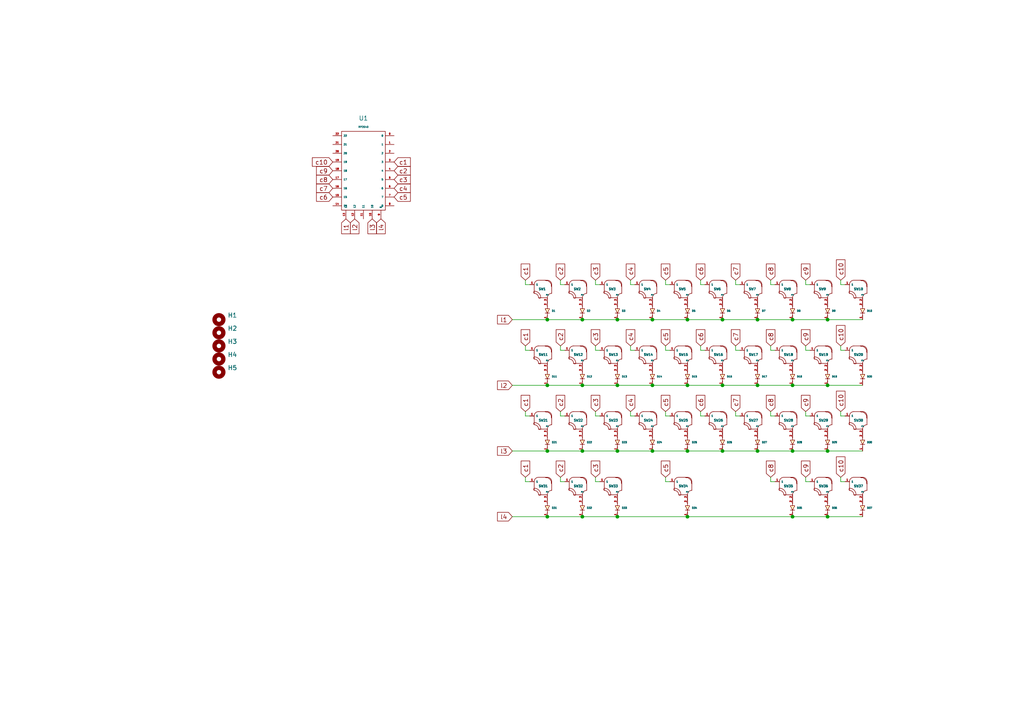
<source format=kicad_sch>
(kicad_sch (version 20211123) (generator eeschema)
  (paper "A4")
  (lib_symbols
    (symbol "Mechanical:MountingHole" (pin_names (offset 1.016))
      (property "Reference" "H" (at 0 5.08 0))
      (property "Value" "MountingHole" (at 0 3.175 0))
      (symbol "MountingHole_0_1"
        (circle (center 0 0) (radius 1.27) (stroke (width 1.27)))
      )
    )
    (symbol "keyb:Diode"
      (property "Reference" "D" (at -0.635 -1.27 0))
      (symbol "Diode_0_1"
        (polyline (pts (xy -1.27 0) (xy -0.635 0)))
        (polyline (pts (xy 0.635 0) (xy 1.27 0)))
        (polyline (pts (xy -0.635 0.635) (xy -0.635 -0.635) (xy -0.635 0)))
        (polyline (pts (xy -0.635 0) (xy 0.635 0.635) (xy 0.635 -0.635) (xy -0.635 0)) (fill (type background)))
      )
      (symbol "Diode_1_1"
        (pin bidirectional line (at -2.54 0 0) (length 1.27) (name "") (number "1"))
        (pin bidirectional line (at 2.54 0 180) (length 1.27) (name "") (number "2"))
      )
    )
    (symbol "keyb:RP2040"
      (property "Reference" "U" (at 0 1.27 0))
      (property "Value" "RP2040" (at 0 -2.54 0))
      (symbol "RP2040_0_1"
        (rectangle (start -6.35 11.43) (end 6.35 -11.43))
      )
      (symbol "RP2040_1_1"
        (pin bidirectional line (at 8.89 10.16 180) (length 2.54) (name "0") (number "0"))
        (pin bidirectional line (at 8.89 7.62 180) (length 2.54) (name "1") (number "1"))
        (pin bidirectional line (at 2.54 -13.97 90) (length 2.54) (name "10") (number "10"))
        (pin bidirectional line (at 0 -13.97 90) (length 2.54) (name "11") (number "11"))
        (pin bidirectional line (at -2.54 -13.97 90) (length 2.54) (name "12") (number "12"))
        (pin bidirectional line (at -5.08 -13.97 90) (length 2.54) (name "13") (number "13"))
        (pin bidirectional line (at -8.89 -10.16 0) (length 2.54) (name "14") (number "14"))
        (pin bidirectional line (at -8.89 -7.62 0) (length 2.54) (name "15") (number "15"))
        (pin bidirectional line (at -8.89 -5.08 0) (length 2.54) (name "16") (number "16"))
        (pin bidirectional line (at -8.89 -2.54 0) (length 2.54) (name "17") (number "17"))
        (pin bidirectional line (at -8.89 0 0) (length 2.54) (name "18") (number "18"))
        (pin bidirectional line (at -8.89 2.54 0) (length 2.54) (name "19") (number "19"))
        (pin bidirectional line (at 8.89 5.08 180) (length 2.54) (name "2") (number "2"))
        (pin bidirectional line (at -8.89 5.08 0) (length 2.54) (name "20") (number "20"))
        (pin bidirectional line (at -8.89 7.62 0) (length 2.54) (name "21") (number "21"))
        (pin bidirectional line (at -8.89 10.16 0) (length 2.54) (name "22") (number "22"))
        (pin bidirectional line (at 8.89 2.54 180) (length 2.54) (name "3") (number "3"))
        (pin bidirectional line (at 8.89 0 180) (length 2.54) (name "4") (number "4"))
        (pin bidirectional line (at 8.89 -2.54 180) (length 2.54) (name "5") (number "5"))
        (pin bidirectional line (at 8.89 -5.08 180) (length 2.54) (name "6") (number "6"))
        (pin bidirectional line (at 8.89 -7.62 180) (length 2.54) (name "7") (number "7"))
        (pin bidirectional line (at 8.89 -10.16 180) (length 2.54) (name "8") (number "8"))
        (pin bidirectional line (at 5.08 -13.97 90) (length 2.54) (name "9") (number "9"))
      )
    )
    (symbol "keyb:key"
      (property "Reference" "SW" (at 0 0 0))
      (symbol "key_0_1"
        (arc (start -2.54 -0.635) (mid -2.6715 -0.9525) (end -2.54 -1.27))
        (arc (start -1.27 -2.54) (mid -1.642 -1.642) (end -2.54 -1.27))
        (arc (start -1.27 -2.54) (mid -0.9525 -2.6715) (end -0.635 -2.54))
        (arc (start -1.27 2.54) (mid -2.168 2.168) (end -2.54 1.27))
        (arc (start -0.635 -2.54) (mid -1.1935 -1.1935) (end -2.54 -0.635))
        (polyline (pts (xy -2.54 -1.27) (xy -2.54 1.27)))
        (polyline (pts (xy -1.27 -2.54) (xy 1.27 -2.54)))
        (polyline (pts (xy 1.27 2.54) (xy -1.27 2.54)))
        (polyline (pts (xy 2.54 -1.27) (xy 2.54 1.27)))
        (arc (start 0.635 2.54) (mid 0.9525 1.7735) (end 1.27 2.54))
        (arc (start 2.54 -1.27) (mid 0.372 -0.372) (end 1.27 -2.54))
        (arc (start 2.54 0.635) (mid 3.887 3.887) (end 0.635 2.54))
        (arc (start 2.54 1.27) (mid 3.438 3.438) (end 1.27 2.54))
        (arc (start 2.54 1.27) (mid 1.7735 0.9525) (end 2.54 0.635))
      )
      (symbol "key_1_1"
        (pin bidirectional line (at -3.81 1.27 0) (length 1.27) (name "1") (number "1"))
        (pin bidirectional line (at 1.27 -3.81 90) (length 1.27) (name "2") (number "2"))
      )
    )
  )
  (junction (at 158.75 92.71))
  (junction (at 240.03 92.71))
  (junction (at 219.71 130.81))
  (junction (at 229.87 149.86))
  (junction (at 189.23 111.76))
  (junction (at 240.03 130.81))
  (junction (at 199.39 92.71))
  (junction (at 240.03 111.76))
  (junction (at 189.23 92.71))
  (junction (at 189.23 130.81))
  (junction (at 209.55 92.71))
  (junction (at 199.39 130.81))
  (junction (at 168.91 130.81))
  (junction (at 168.91 92.71))
  (junction (at 158.75 149.86))
  (junction (at 219.71 92.71))
  (junction (at 199.39 149.86))
  (junction (at 158.75 111.76))
  (junction (at 209.55 130.81))
  (junction (at 240.03 149.86))
  (junction (at 179.07 92.71))
  (junction (at 179.07 130.81))
  (junction (at 229.87 111.76))
  (junction (at 209.55 111.76))
  (junction (at 229.87 130.81))
  (junction (at 179.07 149.86))
  (junction (at 199.39 111.76))
  (junction (at 219.71 111.76))
  (junction (at 168.91 149.86))
  (junction (at 179.07 111.76))
  (junction (at 158.75 130.81))
  (junction (at 168.91 111.76))
  (junction (at 229.87 92.71))
  (wire (pts (xy 162.56 100.33) (xy 162.56 101.6)))
  (wire (pts (xy 243.84 101.6) (xy 245.11 101.6)))
  (wire (pts (xy 203.2 119.38) (xy 203.2 120.65)))
  (wire (pts (xy 219.71 92.71) (xy 229.87 92.71)))
  (wire (pts (xy 229.87 149.86) (xy 240.03 149.86)))
  (wire (pts (xy 203.2 81.28) (xy 203.2 82.55)))
  (wire (pts (xy 199.39 130.81) (xy 209.55 130.81)))
  (wire (pts (xy 233.68 139.7) (xy 234.95 139.7)))
  (wire (pts (xy 148.59 92.71) (xy 158.75 92.71)))
  (wire (pts (xy 223.52 138.43) (xy 223.52 139.7)))
  (wire (pts (xy 148.59 111.76) (xy 158.75 111.76)))
  (wire (pts (xy 233.68 101.6) (xy 234.95 101.6)))
  (wire (pts (xy 193.04 120.65) (xy 194.31 120.65)))
  (wire (pts (xy 162.56 138.43) (xy 162.56 139.7)))
  (wire (pts (xy 168.91 149.86) (xy 179.07 149.86)))
  (wire (pts (xy 193.04 119.38) (xy 193.04 120.65)))
  (wire (pts (xy 172.72 81.28) (xy 172.72 82.55)))
  (wire (pts (xy 233.68 119.38) (xy 233.68 120.65)))
  (wire (pts (xy 158.75 149.86) (xy 168.91 149.86)))
  (wire (pts (xy 152.4 119.38) (xy 152.4 120.65)))
  (wire (pts (xy 162.56 101.6) (xy 163.83 101.6)))
  (wire (pts (xy 243.84 119.38) (xy 243.84 120.65)))
  (wire (pts (xy 223.52 101.6) (xy 224.79 101.6)))
  (wire (pts (xy 162.56 120.65) (xy 163.83 120.65)))
  (wire (pts (xy 168.91 130.81) (xy 179.07 130.81)))
  (wire (pts (xy 213.36 81.28) (xy 213.36 82.55)))
  (wire (pts (xy 213.36 120.65) (xy 214.63 120.65)))
  (wire (pts (xy 240.03 130.81) (xy 250.19 130.81)))
  (wire (pts (xy 240.03 149.86) (xy 250.19 149.86)))
  (wire (pts (xy 223.52 100.33) (xy 223.52 101.6)))
  (wire (pts (xy 182.88 81.28) (xy 182.88 82.55)))
  (wire (pts (xy 203.2 101.6) (xy 204.47 101.6)))
  (wire (pts (xy 182.88 100.33) (xy 182.88 101.6)))
  (wire (pts (xy 199.39 92.71) (xy 209.55 92.71)))
  (wire (pts (xy 243.84 120.65) (xy 245.11 120.65)))
  (wire (pts (xy 223.52 81.28) (xy 223.52 82.55)))
  (wire (pts (xy 193.04 138.43) (xy 193.04 139.7)))
  (wire (pts (xy 193.04 139.7) (xy 194.31 139.7)))
  (wire (pts (xy 189.23 92.71) (xy 199.39 92.71)))
  (wire (pts (xy 219.71 111.76) (xy 229.87 111.76)))
  (wire (pts (xy 233.68 82.55) (xy 234.95 82.55)))
  (wire (pts (xy 203.2 100.33) (xy 203.2 101.6)))
  (wire (pts (xy 172.72 101.6) (xy 173.99 101.6)))
  (wire (pts (xy 179.07 149.86) (xy 199.39 149.86)))
  (wire (pts (xy 162.56 139.7) (xy 163.83 139.7)))
  (wire (pts (xy 172.72 139.7) (xy 173.99 139.7)))
  (wire (pts (xy 182.88 101.6) (xy 184.15 101.6)))
  (wire (pts (xy 152.4 138.43) (xy 152.4 139.7)))
  (wire (pts (xy 209.55 92.71) (xy 219.71 92.71)))
  (wire (pts (xy 152.4 139.7) (xy 153.67 139.7)))
  (wire (pts (xy 240.03 92.71) (xy 250.19 92.71)))
  (wire (pts (xy 233.68 100.33) (xy 233.68 101.6)))
  (wire (pts (xy 152.4 100.33) (xy 152.4 101.6)))
  (wire (pts (xy 213.36 82.55) (xy 214.63 82.55)))
  (wire (pts (xy 233.68 81.28) (xy 233.68 82.55)))
  (wire (pts (xy 193.04 101.6) (xy 194.31 101.6)))
  (wire (pts (xy 158.75 130.81) (xy 168.91 130.81)))
  (wire (pts (xy 243.84 82.55) (xy 245.11 82.55)))
  (wire (pts (xy 203.2 120.65) (xy 204.47 120.65)))
  (wire (pts (xy 162.56 81.28) (xy 162.56 82.55)))
  (wire (pts (xy 172.72 100.33) (xy 172.72 101.6)))
  (wire (pts (xy 213.36 100.33) (xy 213.36 101.6)))
  (wire (pts (xy 158.75 111.76) (xy 168.91 111.76)))
  (wire (pts (xy 182.88 119.38) (xy 182.88 120.65)))
  (wire (pts (xy 223.52 120.65) (xy 224.79 120.65)))
  (wire (pts (xy 240.03 111.76) (xy 250.19 111.76)))
  (wire (pts (xy 229.87 111.76) (xy 240.03 111.76)))
  (wire (pts (xy 152.4 120.65) (xy 153.67 120.65)))
  (wire (pts (xy 182.88 82.55) (xy 184.15 82.55)))
  (wire (pts (xy 168.91 92.71) (xy 179.07 92.71)))
  (wire (pts (xy 223.52 119.38) (xy 223.52 120.65)))
  (wire (pts (xy 233.68 138.43) (xy 233.68 139.7)))
  (wire (pts (xy 209.55 111.76) (xy 219.71 111.76)))
  (wire (pts (xy 172.72 119.38) (xy 172.72 120.65)))
  (wire (pts (xy 182.88 120.65) (xy 184.15 120.65)))
  (wire (pts (xy 223.52 82.55) (xy 224.79 82.55)))
  (wire (pts (xy 148.59 130.81) (xy 158.75 130.81)))
  (wire (pts (xy 243.84 100.33) (xy 243.84 101.6)))
  (wire (pts (xy 229.87 130.81) (xy 240.03 130.81)))
  (wire (pts (xy 172.72 82.55) (xy 173.99 82.55)))
  (wire (pts (xy 162.56 82.55) (xy 163.83 82.55)))
  (wire (pts (xy 152.4 82.55) (xy 153.67 82.55)))
  (wire (pts (xy 203.2 82.55) (xy 204.47 82.55)))
  (wire (pts (xy 179.07 111.76) (xy 189.23 111.76)))
  (wire (pts (xy 199.39 111.76) (xy 209.55 111.76)))
  (wire (pts (xy 243.84 81.28) (xy 243.84 82.55)))
  (wire (pts (xy 172.72 138.43) (xy 172.72 139.7)))
  (wire (pts (xy 229.87 92.71) (xy 240.03 92.71)))
  (wire (pts (xy 189.23 130.81) (xy 199.39 130.81)))
  (wire (pts (xy 152.4 101.6) (xy 153.67 101.6)))
  (wire (pts (xy 219.71 130.81) (xy 229.87 130.81)))
  (wire (pts (xy 243.84 139.7) (xy 245.11 139.7)))
  (wire (pts (xy 162.56 119.38) (xy 162.56 120.65)))
  (wire (pts (xy 233.68 120.65) (xy 234.95 120.65)))
  (wire (pts (xy 179.07 92.71) (xy 189.23 92.71)))
  (wire (pts (xy 193.04 82.55) (xy 194.31 82.55)))
  (wire (pts (xy 213.36 119.38) (xy 213.36 120.65)))
  (wire (pts (xy 189.23 111.76) (xy 199.39 111.76)))
  (wire (pts (xy 243.84 138.43) (xy 243.84 139.7)))
  (wire (pts (xy 193.04 81.28) (xy 193.04 82.55)))
  (wire (pts (xy 179.07 130.81) (xy 189.23 130.81)))
  (wire (pts (xy 148.59 149.86) (xy 158.75 149.86)))
  (wire (pts (xy 168.91 111.76) (xy 179.07 111.76)))
  (wire (pts (xy 172.72 120.65) (xy 173.99 120.65)))
  (wire (pts (xy 152.4 81.28) (xy 152.4 82.55)))
  (wire (pts (xy 213.36 101.6) (xy 214.63 101.6)))
  (wire (pts (xy 193.04 100.33) (xy 193.04 101.6)))
  (wire (pts (xy 199.39 149.86) (xy 229.87 149.86)))
  (wire (pts (xy 158.75 92.71) (xy 168.91 92.71)))
  (wire (pts (xy 209.55 130.81) (xy 219.71 130.81)))
  (wire (pts (xy 223.52 139.7) (xy 224.79 139.7)))
  (global_label "c2" (shape input) (at 162.56 138.43 90) (property "Références Inter-Feuilles" "${INTERSHEET_REFS}" (effects hide)))
  (global_label "c7" (shape input) (at 96.52 54.61 180) (property "Références Inter-Feuilles" "${INTERSHEET_REFS}" (effects hide)))
  (global_label "c5" (shape input) (at 193.04 81.28 90) (property "Références Inter-Feuilles" "${INTERSHEET_REFS}" (effects hide)))
  (global_label "c10" (shape input) (at 243.84 81.28 90) (property "Références Inter-Feuilles" "${INTERSHEET_REFS}" (effects hide)))
  (global_label "l4" (shape input) (at 148.59 149.86 180) (property "Références Inter-Feuilles" "${INTERSHEET_REFS}" (effects hide)))
  (global_label "c6" (shape input) (at 203.2 100.33 90) (property "Références Inter-Feuilles" "${INTERSHEET_REFS}" (effects hide)))
  (global_label "c6" (shape input) (at 203.2 119.38 90) (property "Références Inter-Feuilles" "${INTERSHEET_REFS}" (effects hide)))
  (global_label "c8" (shape input) (at 96.52 52.07 180) (property "Références Inter-Feuilles" "${INTERSHEET_REFS}" (effects hide)))
  (global_label "c4" (shape input) (at 182.88 119.38 90) (property "Références Inter-Feuilles" "${INTERSHEET_REFS}" (effects hide)))
  (global_label "c2" (shape input) (at 114.3 49.53 0) (property "Références Inter-Feuilles" "${INTERSHEET_REFS}" (effects hide)))
  (global_label "c9" (shape input) (at 96.52 49.53 180) (property "Références Inter-Feuilles" "${INTERSHEET_REFS}" (effects hide)))
  (global_label "c6" (shape input) (at 203.2 81.28 90) (property "Références Inter-Feuilles" "${INTERSHEET_REFS}" (effects hide)))
  (global_label "c5" (shape input) (at 193.04 100.33 90) (property "Références Inter-Feuilles" "${INTERSHEET_REFS}" (effects hide)))
  (global_label "c9" (shape input) (at 233.68 119.38 90) (property "Références Inter-Feuilles" "${INTERSHEET_REFS}" (effects hide)))
  (global_label "c2" (shape input) (at 162.56 100.33 90) (property "Références Inter-Feuilles" "${INTERSHEET_REFS}" (effects hide)))
  (global_label "c7" (shape input) (at 213.36 100.33 90) (property "Références Inter-Feuilles" "${INTERSHEET_REFS}" (effects hide)))
  (global_label "c10" (shape input) (at 243.84 100.33 90) (property "Références Inter-Feuilles" "${INTERSHEET_REFS}" (effects hide)))
  (global_label "c8" (shape input) (at 223.52 81.28 90) (property "Références Inter-Feuilles" "${INTERSHEET_REFS}" (effects hide)))
  (global_label "c4" (shape input) (at 182.88 81.28 90) (property "Références Inter-Feuilles" "${INTERSHEET_REFS}" (effects hide)))
  (global_label "c3" (shape input) (at 172.72 119.38 90) (property "Références Inter-Feuilles" "${INTERSHEET_REFS}" (effects hide)))
  (global_label "c10" (shape input) (at 243.84 119.38 90) (property "Références Inter-Feuilles" "${INTERSHEET_REFS}" (effects hide)))
  (global_label "c3" (shape input) (at 172.72 100.33 90) (property "Références Inter-Feuilles" "${INTERSHEET_REFS}" (effects hide)))
  (global_label "c10" (shape input) (at 243.84 138.43 90) (property "Références Inter-Feuilles" "${INTERSHEET_REFS}" (effects hide)))
  (global_label "c8" (shape input) (at 223.52 100.33 90) (property "Références Inter-Feuilles" "${INTERSHEET_REFS}" (effects hide)))
  (global_label "c5" (shape input) (at 193.04 119.38 90) (property "Références Inter-Feuilles" "${INTERSHEET_REFS}" (effects hide)))
  (global_label "c1" (shape input) (at 152.4 119.38 90) (property "Références Inter-Feuilles" "${INTERSHEET_REFS}" (effects hide)))
  (global_label "l4" (shape input) (at 110.49 63.5 270) (property "Références Inter-Feuilles" "${INTERSHEET_REFS}" (effects hide)))
  (global_label "c2" (shape input) (at 162.56 81.28 90) (property "Références Inter-Feuilles" "${INTERSHEET_REFS}" (effects hide)))
  (global_label "l1" (shape input) (at 148.59 92.71 180) (property "Références Inter-Feuilles" "${INTERSHEET_REFS}" (effects hide)))
  (global_label "l3" (shape input) (at 148.59 130.81 180) (property "Références Inter-Feuilles" "${INTERSHEET_REFS}" (effects hide)))
  (global_label "c1" (shape input) (at 114.3 46.99 0) (property "Références Inter-Feuilles" "${INTERSHEET_REFS}" (effects hide)))
  (global_label "c2" (shape input) (at 162.56 119.38 90) (property "Références Inter-Feuilles" "${INTERSHEET_REFS}" (effects hide)))
  (global_label "c3" (shape input) (at 114.3 52.07 0) (property "Références Inter-Feuilles" "${INTERSHEET_REFS}" (effects hide)))
  (global_label "c1" (shape input) (at 152.4 100.33 90) (property "Références Inter-Feuilles" "${INTERSHEET_REFS}" (effects hide)))
  (global_label "c4" (shape input) (at 114.3 54.61 0) (property "Références Inter-Feuilles" "${INTERSHEET_REFS}" (effects hide)))
  (global_label "c5" (shape input) (at 114.3 57.15 0) (property "Références Inter-Feuilles" "${INTERSHEET_REFS}" (effects hide)))
  (global_label "c4" (shape input) (at 182.88 100.33 90) (property "Références Inter-Feuilles" "${INTERSHEET_REFS}" (effects hide)))
  (global_label "l3" (shape input) (at 107.95 63.5 270) (property "Références Inter-Feuilles" "${INTERSHEET_REFS}" (effects hide)))
  (global_label "c9" (shape input) (at 233.68 138.43 90) (property "Références Inter-Feuilles" "${INTERSHEET_REFS}" (effects hide)))
  (global_label "c9" (shape input) (at 233.68 100.33 90) (property "Références Inter-Feuilles" "${INTERSHEET_REFS}" (effects hide)))
  (global_label "c1" (shape input) (at 152.4 138.43 90) (property "Références Inter-Feuilles" "${INTERSHEET_REFS}" (effects hide)))
  (global_label "c9" (shape input) (at 233.68 81.28 90) (property "Références Inter-Feuilles" "${INTERSHEET_REFS}" (effects hide)))
  (global_label "c8" (shape input) (at 223.52 119.38 90) (property "Références Inter-Feuilles" "${INTERSHEET_REFS}" (effects hide)))
  (global_label "l2" (shape input) (at 148.59 111.76 180) (property "Références Inter-Feuilles" "${INTERSHEET_REFS}" (effects hide)))
  (global_label "c8" (shape input) (at 223.52 138.43 90) (property "Références Inter-Feuilles" "${INTERSHEET_REFS}" (effects hide)))
  (global_label "l2" (shape input) (at 102.87 63.5 270) (property "Références Inter-Feuilles" "${INTERSHEET_REFS}" (effects hide)))
  (global_label "c1" (shape input) (at 152.4 81.28 90) (property "Références Inter-Feuilles" "${INTERSHEET_REFS}" (effects hide)))
  (global_label "c7" (shape input) (at 213.36 119.38 90) (property "Références Inter-Feuilles" "${INTERSHEET_REFS}" (effects hide)))
  (global_label "c5" (shape input) (at 193.04 138.43 90) (property "Références Inter-Feuilles" "${INTERSHEET_REFS}" (effects hide)))
  (global_label "c6" (shape input) (at 96.52 57.15 180) (property "Références Inter-Feuilles" "${INTERSHEET_REFS}" (effects hide)))
  (global_label "c3" (shape input) (at 172.72 81.28 90) (property "Références Inter-Feuilles" "${INTERSHEET_REFS}" (effects hide)))
  (global_label "c10" (shape input) (at 96.52 46.99 180) (property "Références Inter-Feuilles" "${INTERSHEET_REFS}" (effects hide)))
  (global_label "c7" (shape input) (at 213.36 81.28 90) (property "Références Inter-Feuilles" "${INTERSHEET_REFS}" (effects hide)))
  (global_label "l1" (shape input) (at 100.33 63.5 270) (property "Références Inter-Feuilles" "${INTERSHEET_REFS}" (effects hide)))
  (global_label "c3" (shape input) (at 172.72 138.43 90) (property "Références Inter-Feuilles" "${INTERSHEET_REFS}" (effects hide)))
  (symbol (lib_id "keyb:key") (at 157.48 121.92 0) (unit 1)
    (property "Reference" "SW21" (at 156.21 121.92 0) (effects (font (size 0.65 0.65)) (justify left)))
    (property "Value" "key" (effects hide))
    (property "Footprint" "keyb-libs:MX-5pin" (effects hide))
  )
  (symbol (lib_id "keyb:key") (at 218.44 121.92 0) (unit 1)
    (property "Reference" "SW27" (at 217.17 121.92 0) (effects (font (size 0.65 0.65)) (justify left)))
    (property "Value" "key" (effects hide))
    (property "Footprint" "keyb-libs:MX-5pin" (effects hide))
  )
  (symbol (lib_id "keyb:Diode") (at 250.19 147.32 90) (unit 1)
    (property "Reference" "D37" (at 251.46 147.32 90) (effects (font (size 0.5 0.5)) (justify right)))
    (property "Value" "Diode" (effects hide))
    (property "Footprint" "keyb-libs:Diode" (effects hide))
  )
  (symbol (lib_id "keyb:key") (at 177.8 102.87 0) (unit 1)
    (property "Reference" "SW13" (at 176.53 102.87 0) (effects (font (size 0.65 0.65)) (justify left)))
    (property "Value" "key" (effects hide))
    (property "Footprint" "keyb-libs:MX-5pin" (effects hide))
  )
  (symbol (lib_id "keyb:Diode") (at 189.23 90.17 90) (unit 1)
    (property "Reference" "D4" (at 190.5 90.17 90) (effects (font (size 0.5 0.5)) (justify right)))
    (property "Value" "Diode" (effects hide))
    (property "Footprint" "keyb-libs:Diode" (effects hide))
  )
  (symbol (lib_id "keyb:key") (at 157.48 102.87 0) (unit 1)
    (property "Reference" "SW11" (at 156.21 102.87 0) (effects (font (size 0.65 0.65)) (justify left)))
    (property "Value" "key" (effects hide))
    (property "Footprint" "keyb-libs:MX-5pin" (effects hide))
  )
  (symbol (lib_id "keyb:key") (at 177.8 121.92 0) (unit 1)
    (property "Reference" "SW23" (at 176.53 121.92 0) (effects (font (size 0.65 0.65)) (justify left)))
    (property "Value" "key" (effects hide))
    (property "Footprint" "keyb-libs:MX-5pin" (effects hide))
  )
  (symbol (lib_id "Mechanical:MountingHole") (at 63.5 92.71 0) (unit 1)
    (property "Reference" "H1" (at 66.04 91.4399 0) (effects (justify left)))
    (property "Value" "MountingHole" (effects hide))
    (property "Footprint" "MountingHole:MountingHole_2.2mm_M2" (effects hide))
  )
  (symbol (lib_id "keyb:Diode") (at 199.39 90.17 90) (unit 1)
    (property "Reference" "D5" (at 200.66 90.17 90) (effects (font (size 0.5 0.5)) (justify right)))
    (property "Value" "Diode" (effects hide))
    (property "Footprint" "keyb-libs:Diode" (effects hide))
  )
  (symbol (lib_id "keyb:key") (at 248.92 102.87 0) (unit 1)
    (property "Reference" "SW20" (at 247.65 102.87 0) (effects (font (size 0.65 0.65)) (justify left)))
    (property "Value" "key" (effects hide))
    (property "Footprint" "keyb-libs:MX-5pin" (effects hide))
  )
  (symbol (lib_id "keyb:key") (at 157.48 83.82 0) (unit 1)
    (property "Reference" "SW1" (at 156.21 83.82 0) (effects (font (size 0.65 0.65)) (justify left)))
    (property "Value" "key" (effects hide))
    (property "Footprint" "keyb-libs:MX-5pin" (effects hide))
  )
  (symbol (lib_id "Mechanical:MountingHole") (at 63.5 104.14 0) (unit 1)
    (property "Reference" "H4" (at 66.04 102.8699 0) (effects (justify left)))
    (property "Value" "MountingHole" (effects hide))
    (property "Footprint" "MountingHole:MountingHole_2.2mm_M2" (effects hide))
  )
  (symbol (lib_id "keyb:Diode") (at 179.07 128.27 90) (unit 1)
    (property "Reference" "D23" (at 180.34 128.27 90) (effects (font (size 0.5 0.5)) (justify right)))
    (property "Value" "Diode" (effects hide))
    (property "Footprint" "keyb-libs:Diode" (effects hide))
  )
  (symbol (lib_id "keyb:key") (at 167.64 140.97 0) (unit 1)
    (property "Reference" "SW32" (at 166.37 140.97 0) (effects (font (size 0.65 0.65)) (justify left)))
    (property "Value" "key" (effects hide))
    (property "Footprint" "keyb-libs:MX-5pin" (effects hide))
  )
  (symbol (lib_id "keyb:Diode") (at 199.39 109.22 90) (unit 1)
    (property "Reference" "D15" (at 200.66 109.22 90) (effects (font (size 0.5 0.5)) (justify right)))
    (property "Value" "Diode" (effects hide))
    (property "Footprint" "keyb-libs:Diode" (effects hide))
  )
  (symbol (lib_id "Mechanical:MountingHole") (at 63.5 107.95 0) (unit 1)
    (property "Reference" "H5" (at 66.04 106.6799 0) (effects (justify left)))
    (property "Value" "MountingHole" (effects hide))
    (property "Footprint" "MountingHole:MountingHole_2.2mm_M2" (effects hide))
  )
  (symbol (lib_id "keyb:key") (at 228.6 102.87 0) (unit 1)
    (property "Reference" "SW18" (at 227.33 102.87 0) (effects (font (size 0.65 0.65)) (justify left)))
    (property "Value" "key" (effects hide))
    (property "Footprint" "keyb-libs:MX-5pin" (effects hide))
  )
  (symbol (lib_id "keyb:Diode") (at 229.87 90.17 90) (unit 1)
    (property "Reference" "D8" (at 231.14 90.17 90) (effects (font (size 0.5 0.5)) (justify right)))
    (property "Value" "Diode" (effects hide))
    (property "Footprint" "keyb-libs:Diode" (effects hide))
  )
  (symbol (lib_id "keyb:key") (at 198.12 83.82 0) (unit 1)
    (property "Reference" "SW5" (at 196.85 83.82 0) (effects (font (size 0.65 0.65)) (justify left)))
    (property "Value" "key" (effects hide))
    (property "Footprint" "keyb-libs:MX-5pin" (effects hide))
  )
  (symbol (lib_id "keyb:Diode") (at 250.19 109.22 90) (unit 1)
    (property "Reference" "D20" (at 251.46 109.22 90) (effects (font (size 0.5 0.5)) (justify right)))
    (property "Value" "Diode" (effects hide))
    (property "Footprint" "keyb-libs:Diode" (effects hide))
  )
  (symbol (lib_id "Mechanical:MountingHole") (at 63.5 100.33 0) (unit 1)
    (property "Reference" "H3" (at 66.04 99.0599 0) (effects (justify left)))
    (property "Value" "MountingHole" (effects hide))
    (property "Footprint" "MountingHole:MountingHole_2.2mm_M2" (effects hide))
  )
  (symbol (lib_id "keyb:Diode") (at 219.71 109.22 90) (unit 1)
    (property "Reference" "D17" (at 220.98 109.22 90) (effects (font (size 0.5 0.5)) (justify right)))
    (property "Value" "Diode" (effects hide))
    (property "Footprint" "keyb-libs:Diode" (effects hide))
  )
  (symbol (lib_id "keyb:key") (at 198.12 140.97 0) (unit 1)
    (property "Reference" "SW34" (at 196.85 140.97 0) (effects (font (size 0.65 0.65)) (justify left)))
    (property "Value" "key" (effects hide))
    (property "Footprint" "keyb-libs:MX-5pin_stab" (effects hide))
  )
  (symbol (lib_id "keyb:key") (at 187.96 83.82 0) (unit 1)
    (property "Reference" "SW4" (at 186.69 83.82 0) (effects (font (size 0.65 0.65)) (justify left)))
    (property "Value" "key" (effects hide))
    (property "Footprint" "keyb-libs:MX-5pin" (effects hide))
  )
  (symbol (lib_id "keyb:key") (at 238.76 121.92 0) (unit 1)
    (property "Reference" "SW29" (at 237.49 121.92 0) (effects (font (size 0.65 0.65)) (justify left)))
    (property "Value" "key" (effects hide))
    (property "Footprint" "keyb-libs:MX-5pin" (effects hide))
  )
  (symbol (lib_id "keyb:key") (at 228.6 83.82 0) (unit 1)
    (property "Reference" "SW8" (at 227.33 83.82 0) (effects (font (size 0.65 0.65)) (justify left)))
    (property "Value" "key" (effects hide))
    (property "Footprint" "keyb-libs:MX-5pin" (effects hide))
  )
  (symbol (lib_id "keyb:key") (at 238.76 102.87 0) (unit 1)
    (property "Reference" "SW19" (at 237.49 102.87 0) (effects (font (size 0.65 0.65)) (justify left)))
    (property "Value" "key" (effects hide))
    (property "Footprint" "keyb-libs:MX-5pin" (effects hide))
  )
  (symbol (lib_id "keyb:RP2040") (at 105.41 49.53 0) (unit 1)
    (property "Reference" "U1" (at 105.41 34.29 0))
    (property "Value" "RP2040" (at 105.41 36.83 0) (effects (font (size 0.5 0.5))))
    (property "Footprint" "keyb-libs:RP2040" (effects hide))
  )
  (symbol (lib_id "keyb:key") (at 248.92 83.82 0) (unit 1)
    (property "Reference" "SW10" (at 247.65 83.82 0) (effects (font (size 0.65 0.65)) (justify left)))
    (property "Value" "key" (effects hide))
    (property "Footprint" "keyb-libs:MX-5pin" (effects hide))
  )
  (symbol (lib_id "keyb:Diode") (at 158.75 147.32 90) (unit 1)
    (property "Reference" "D31" (at 160.02 147.32 90) (effects (font (size 0.5 0.5)) (justify right)))
    (property "Value" "Diode" (effects hide))
    (property "Footprint" "keyb-libs:Diode" (effects hide))
  )
  (symbol (lib_id "keyb:Diode") (at 219.71 90.17 90) (unit 1)
    (property "Reference" "D7" (at 220.98 90.17 90) (effects (font (size 0.5 0.5)) (justify right)))
    (property "Value" "Diode" (effects hide))
    (property "Footprint" "keyb-libs:Diode" (effects hide))
  )
  (symbol (lib_id "keyb:Diode") (at 229.87 128.27 90) (unit 1)
    (property "Reference" "D28" (at 231.14 128.27 90) (effects (font (size 0.5 0.5)) (justify right)))
    (property "Value" "Diode" (effects hide))
    (property "Footprint" "keyb-libs:Diode" (effects hide))
  )
  (symbol (lib_id "keyb:Diode") (at 219.71 128.27 90) (unit 1)
    (property "Reference" "D27" (at 220.98 128.27 90) (effects (font (size 0.5 0.5)) (justify right)))
    (property "Value" "Diode" (effects hide))
    (property "Footprint" "keyb-libs:Diode" (effects hide))
  )
  (symbol (lib_id "keyb:key") (at 167.64 102.87 0) (unit 1)
    (property "Reference" "SW12" (at 166.37 102.87 0) (effects (font (size 0.65 0.65)) (justify left)))
    (property "Value" "key" (effects hide))
    (property "Footprint" "keyb-libs:MX-5pin" (effects hide))
  )
  (symbol (lib_id "keyb:Diode") (at 189.23 128.27 90) (unit 1)
    (property "Reference" "D24" (at 190.5 128.27 90) (effects (font (size 0.5 0.5)) (justify right)))
    (property "Value" "Diode" (effects hide))
    (property "Footprint" "keyb-libs:Diode" (effects hide))
  )
  (symbol (lib_id "keyb:key") (at 177.8 140.97 0) (unit 1)
    (property "Reference" "SW33" (at 176.53 140.97 0) (effects (font (size 0.65 0.65)) (justify left)))
    (property "Value" "key" (effects hide))
    (property "Footprint" "keyb-libs:MX-5pin" (effects hide))
  )
  (symbol (lib_id "keyb:Diode") (at 240.03 147.32 90) (unit 1)
    (property "Reference" "D36" (at 241.3 147.32 90) (effects (font (size 0.5 0.5)) (justify right)))
    (property "Value" "Diode" (effects hide))
    (property "Footprint" "keyb-libs:Diode" (effects hide))
  )
  (symbol (lib_id "keyb:key") (at 167.64 83.82 0) (unit 1)
    (property "Reference" "SW2" (at 166.37 83.82 0) (effects (font (size 0.65 0.65)) (justify left)))
    (property "Value" "key" (effects hide))
    (property "Footprint" "keyb-libs:MX-5pin" (effects hide))
  )
  (symbol (lib_id "keyb:Diode") (at 158.75 128.27 90) (unit 1)
    (property "Reference" "D21" (at 160.02 128.27 90) (effects (font (size 0.5 0.5)) (justify right)))
    (property "Value" "Diode" (effects hide))
    (property "Footprint" "keyb-libs:Diode" (effects hide))
  )
  (symbol (lib_id "keyb:Diode") (at 158.75 109.22 90) (unit 1)
    (property "Reference" "D11" (at 160.02 109.22 90) (effects (font (size 0.5 0.5)) (justify right)))
    (property "Value" "Diode" (effects hide))
    (property "Footprint" "keyb-libs:Diode" (effects hide))
  )
  (symbol (lib_id "keyb:Diode") (at 168.91 128.27 90) (unit 1)
    (property "Reference" "D22" (at 170.18 128.27 90) (effects (font (size 0.5 0.5)) (justify right)))
    (property "Value" "Diode" (effects hide))
    (property "Footprint" "keyb-libs:Diode" (effects hide))
  )
  (symbol (lib_id "keyb:key") (at 208.28 102.87 0) (unit 1)
    (property "Reference" "SW16" (at 207.01 102.87 0) (effects (font (size 0.65 0.65)) (justify left)))
    (property "Value" "key" (effects hide))
    (property "Footprint" "keyb-libs:MX-5pin" (effects hide))
  )
  (symbol (lib_id "keyb:key") (at 177.8 83.82 0) (unit 1)
    (property "Reference" "SW3" (at 176.53 83.82 0) (effects (font (size 0.65 0.65)) (justify left)))
    (property "Value" "key" (effects hide))
    (property "Footprint" "keyb-libs:MX-5pin" (effects hide))
  )
  (symbol (lib_id "keyb:Diode") (at 189.23 109.22 90) (unit 1)
    (property "Reference" "D14" (at 190.5 109.22 90) (effects (font (size 0.5 0.5)) (justify right)))
    (property "Value" "Diode" (effects hide))
    (property "Footprint" "keyb-libs:Diode" (effects hide))
  )
  (symbol (lib_id "keyb:key") (at 187.96 102.87 0) (unit 1)
    (property "Reference" "SW14" (at 186.69 102.87 0) (effects (font (size 0.65 0.65)) (justify left)))
    (property "Value" "key" (effects hide))
    (property "Footprint" "keyb-libs:MX-5pin" (effects hide))
  )
  (symbol (lib_id "keyb:Diode") (at 250.19 128.27 90) (unit 1)
    (property "Reference" "D30" (at 251.46 128.27 90) (effects (font (size 0.5 0.5)) (justify right)))
    (property "Value" "Diode" (effects hide))
    (property "Footprint" "keyb-libs:Diode" (effects hide))
  )
  (symbol (lib_id "keyb:key") (at 208.28 121.92 0) (unit 1)
    (property "Reference" "SW26" (at 207.01 121.92 0) (effects (font (size 0.65 0.65)) (justify left)))
    (property "Value" "key" (effects hide))
    (property "Footprint" "keyb-libs:MX-5pin" (effects hide))
  )
  (symbol (lib_id "keyb:Diode") (at 209.55 128.27 90) (unit 1)
    (property "Reference" "D26" (at 210.82 128.27 90) (effects (font (size 0.5 0.5)) (justify right)))
    (property "Value" "Diode" (effects hide))
    (property "Footprint" "keyb-libs:Diode" (effects hide))
  )
  (symbol (lib_id "keyb:key") (at 157.48 140.97 0) (unit 1)
    (property "Reference" "SW31" (at 156.21 140.97 0) (effects (font (size 0.65 0.65)) (justify left)))
    (property "Value" "key" (effects hide))
    (property "Footprint" "keyb-libs:MX-5pin" (effects hide))
  )
  (symbol (lib_id "keyb:key") (at 187.96 121.92 0) (unit 1)
    (property "Reference" "SW24" (at 186.69 121.92 0) (effects (font (size 0.65 0.65)) (justify left)))
    (property "Value" "key" (effects hide))
    (property "Footprint" "keyb-libs:MX-5pin" (effects hide))
  )
  (symbol (lib_id "keyb:Diode") (at 199.39 147.32 90) (unit 1)
    (property "Reference" "D34" (at 200.66 147.32 90) (effects (font (size 0.5 0.5)) (justify right)))
    (property "Value" "Diode" (effects hide))
    (property "Footprint" "keyb-libs:Diode" (effects hide))
  )
  (symbol (lib_id "keyb:key") (at 248.92 140.97 0) (unit 1)
    (property "Reference" "SW37" (at 247.65 140.97 0) (effects (font (size 0.65 0.65)) (justify left)))
    (property "Value" "key" (effects hide))
    (property "Footprint" "keyb-libs:MX-5pin" (effects hide))
  )
  (symbol (lib_id "keyb:key") (at 228.6 121.92 0) (unit 1)
    (property "Reference" "SW28" (at 227.33 121.92 0) (effects (font (size 0.65 0.65)) (justify left)))
    (property "Value" "key" (effects hide))
    (property "Footprint" "keyb-libs:MX-5pin" (effects hide))
  )
  (symbol (lib_id "keyb:key") (at 198.12 102.87 0) (unit 1)
    (property "Reference" "SW15" (at 196.85 102.87 0) (effects (font (size 0.65 0.65)) (justify left)))
    (property "Value" "key" (effects hide))
    (property "Footprint" "keyb-libs:MX-5pin" (effects hide))
  )
  (symbol (lib_id "keyb:Diode") (at 240.03 109.22 90) (unit 1)
    (property "Reference" "D19" (at 241.3 109.22 90) (effects (font (size 0.5 0.5)) (justify right)))
    (property "Value" "Diode" (effects hide))
    (property "Footprint" "keyb-libs:Diode" (effects hide))
  )
  (symbol (lib_id "keyb:Diode") (at 168.91 109.22 90) (unit 1)
    (property "Reference" "D12" (at 170.18 109.22 90) (effects (font (size 0.5 0.5)) (justify right)))
    (property "Value" "Diode" (effects hide))
    (property "Footprint" "keyb-libs:Diode" (effects hide))
  )
  (symbol (lib_id "keyb:Diode") (at 240.03 90.17 90) (unit 1)
    (property "Reference" "D9" (at 241.3 90.17 90) (effects (font (size 0.5 0.5)) (justify right)))
    (property "Value" "Diode" (effects hide))
    (property "Footprint" "keyb-libs:Diode" (effects hide))
  )
  (symbol (lib_id "keyb:Diode") (at 168.91 90.17 90) (unit 1)
    (property "Reference" "D2" (at 170.18 90.17 90) (effects (font (size 0.5 0.5)) (justify right)))
    (property "Value" "Diode" (effects hide))
    (property "Footprint" "keyb-libs:Diode" (effects hide))
  )
  (symbol (lib_id "keyb:Diode") (at 229.87 147.32 90) (unit 1)
    (property "Reference" "D35" (at 231.14 147.32 90) (effects (font (size 0.5 0.5)) (justify right)))
    (property "Value" "Diode" (effects hide))
    (property "Footprint" "keyb-libs:Diode" (effects hide))
  )
  (symbol (lib_id "keyb:Diode") (at 209.55 90.17 90) (unit 1)
    (property "Reference" "D6" (at 210.82 90.17 90) (effects (font (size 0.5 0.5)) (justify right)))
    (property "Value" "Diode" (effects hide))
    (property "Footprint" "keyb-libs:Diode" (effects hide))
  )
  (symbol (lib_id "keyb:Diode") (at 240.03 128.27 90) (unit 1)
    (property "Reference" "D29" (at 241.3 128.27 90) (effects (font (size 0.5 0.5)) (justify right)))
    (property "Value" "Diode" (effects hide))
    (property "Footprint" "keyb-libs:Diode" (effects hide))
  )
  (symbol (lib_id "keyb:key") (at 228.6 140.97 0) (unit 1)
    (property "Reference" "SW35" (at 227.33 140.97 0) (effects (font (size 0.65 0.65)) (justify left)))
    (property "Value" "key" (effects hide))
    (property "Footprint" "keyb-libs:MX-5pin" (effects hide))
  )
  (symbol (lib_id "keyb:key") (at 167.64 121.92 0) (unit 1)
    (property "Reference" "SW22" (at 166.37 121.92 0) (effects (font (size 0.65 0.65)) (justify left)))
    (property "Value" "key" (effects hide))
    (property "Footprint" "keyb-libs:MX-5pin" (effects hide))
  )
  (symbol (lib_id "keyb:Diode") (at 179.07 109.22 90) (unit 1)
    (property "Reference" "D13" (at 180.34 109.22 90) (effects (font (size 0.5 0.5)) (justify right)))
    (property "Value" "Diode" (effects hide))
    (property "Footprint" "keyb-libs:Diode" (effects hide))
  )
  (symbol (lib_id "keyb:key") (at 208.28 83.82 0) (unit 1)
    (property "Reference" "SW6" (at 207.01 83.82 0) (effects (font (size 0.65 0.65)) (justify left)))
    (property "Value" "key" (effects hide))
    (property "Footprint" "keyb-libs:MX-5pin" (effects hide))
  )
  (symbol (lib_id "keyb:Diode") (at 209.55 109.22 90) (unit 1)
    (property "Reference" "D16" (at 210.82 109.22 90) (effects (font (size 0.5 0.5)) (justify right)))
    (property "Value" "Diode" (effects hide))
    (property "Footprint" "keyb-libs:Diode" (effects hide))
  )
  (symbol (lib_id "Mechanical:MountingHole") (at 63.5 96.52 0) (unit 1)
    (property "Reference" "H2" (at 66.04 95.2499 0) (effects (justify left)))
    (property "Value" "MountingHole" (effects hide))
    (property "Footprint" "MountingHole:MountingHole_2.2mm_M2" (effects hide))
  )
  (symbol (lib_id "keyb:Diode") (at 179.07 90.17 90) (unit 1)
    (property "Reference" "D3" (at 180.34 90.17 90) (effects (font (size 0.5 0.5)) (justify right)))
    (property "Value" "Diode" (effects hide))
    (property "Footprint" "keyb-libs:Diode" (effects hide))
  )
  (symbol (lib_id "keyb:key") (at 238.76 140.97 0) (unit 1)
    (property "Reference" "SW36" (at 237.49 140.97 0) (effects (font (size 0.65 0.65)) (justify left)))
    (property "Value" "key" (effects hide))
    (property "Footprint" "keyb-libs:MX-5pin" (effects hide))
  )
  (symbol (lib_id "keyb:Diode") (at 229.87 109.22 90) (unit 1)
    (property "Reference" "D18" (at 231.14 109.22 90) (effects (font (size 0.5 0.5)) (justify right)))
    (property "Value" "Diode" (effects hide))
    (property "Footprint" "keyb-libs:Diode" (effects hide))
  )
  (symbol (lib_id "keyb:Diode") (at 168.91 147.32 90) (unit 1)
    (property "Reference" "D32" (at 170.18 147.32 90) (effects (font (size 0.5 0.5)) (justify right)))
    (property "Value" "Diode" (effects hide))
    (property "Footprint" "keyb-libs:Diode" (effects hide))
  )
  (symbol (lib_id "keyb:key") (at 218.44 83.82 0) (unit 1)
    (property "Reference" "SW7" (at 217.17 83.82 0) (effects (font (size 0.65 0.65)) (justify left)))
    (property "Value" "key" (effects hide))
    (property "Footprint" "keyb-libs:MX-5pin" (effects hide))
  )
  (symbol (lib_id "keyb:Diode") (at 250.19 90.17 90) (unit 1)
    (property "Reference" "D10" (at 251.46 90.17 90) (effects (font (size 0.5 0.5)) (justify right)))
    (property "Value" "Diode" (effects hide))
    (property "Footprint" "keyb-libs:Diode" (effects hide))
  )
  (symbol (lib_id "keyb:key") (at 248.92 121.92 0) (unit 1)
    (property "Reference" "SW30" (at 247.65 121.92 0) (effects (font (size 0.65 0.65)) (justify left)))
    (property "Value" "key" (effects hide))
    (property "Footprint" "keyb-libs:MX-5pin" (effects hide))
  )
  (symbol (lib_id "keyb:Diode") (at 199.39 128.27 90) (unit 1)
    (property "Reference" "D25" (at 200.66 128.27 90) (effects (font (size 0.5 0.5)) (justify right)))
    (property "Value" "Diode" (effects hide))
    (property "Footprint" "keyb-libs:Diode" (effects hide))
  )
  (symbol (lib_id "keyb:key") (at 238.76 83.82 0) (unit 1)
    (property "Reference" "SW9" (at 237.49 83.82 0) (effects (font (size 0.65 0.65)) (justify left)))
    (property "Value" "key" (effects hide))
    (property "Footprint" "keyb-libs:MX-5pin" (effects hide))
  )
  (symbol (lib_id "keyb:Diode") (at 158.75 90.17 90) (unit 1)
    (property "Reference" "D1" (at 160.02 90.17 90) (effects (font (size 0.5 0.5)) (justify right)))
    (property "Value" "Diode" (effects hide))
    (property "Footprint" "keyb-libs:Diode" (effects hide))
  )
  (symbol (lib_id "keyb:key") (at 218.44 102.87 0) (unit 1)
    (property "Reference" "SW17" (at 217.17 102.87 0) (effects (font (size 0.65 0.65)) (justify left)))
    (property "Value" "key" (effects hide))
    (property "Footprint" "keyb-libs:MX-5pin" (effects hide))
  )
  (symbol (lib_id "keyb:key") (at 198.12 121.92 0) (unit 1)
    (property "Reference" "SW25" (at 196.85 121.92 0) (effects (font (size 0.65 0.65)) (justify left)))
    (property "Value" "key" (effects hide))
    (property "Footprint" "keyb-libs:MX-5pin" (effects hide))
  )
  (symbol (lib_id "keyb:Diode") (at 179.07 147.32 90) (unit 1)
    (property "Reference" "D33" (at 180.34 147.32 90) (effects (font (size 0.5 0.5)) (justify right)))
    (property "Value" "Diode" (effects hide))
    (property "Footprint" "keyb-libs:Diode" (effects hide))
  )
)
</source>
